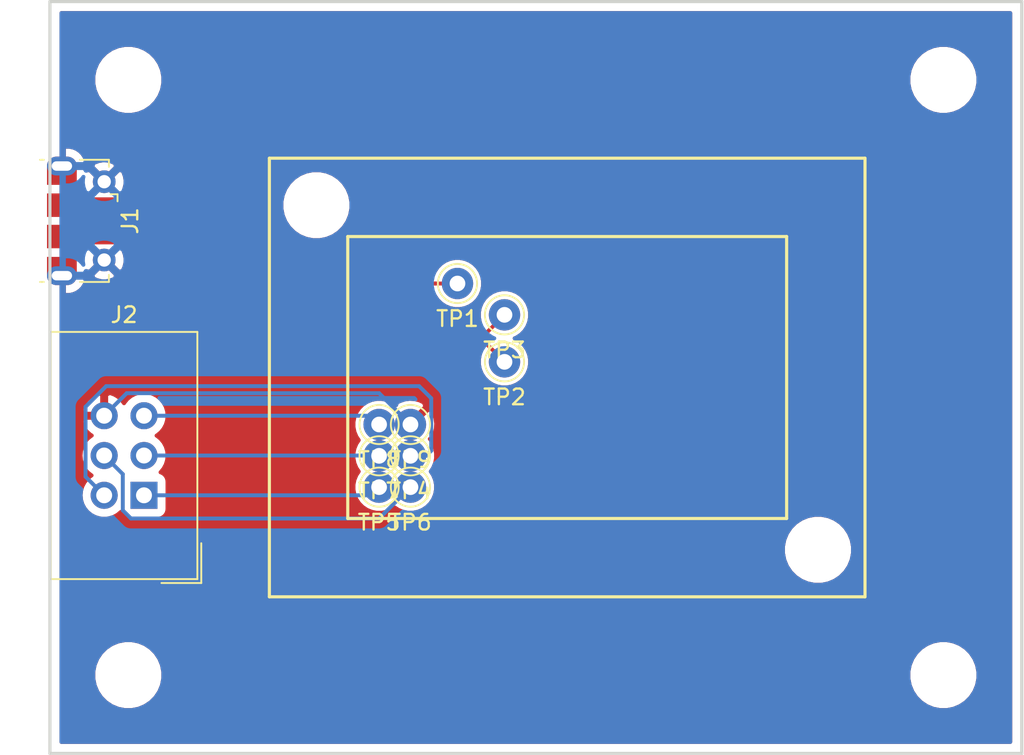
<source format=kicad_pcb>
(kicad_pcb (version 20171130) (host pcbnew "(5.0.0)")

  (general
    (thickness 1.6)
    (drawings 16)
    (tracks 35)
    (zones 0)
    (modules 17)
    (nets 11)
  )

  (page A4)
  (layers
    (0 F.Cu signal)
    (31 B.Cu signal)
    (32 B.Adhes user)
    (33 F.Adhes user)
    (34 B.Paste user)
    (35 F.Paste user)
    (36 B.SilkS user)
    (37 F.SilkS user)
    (38 B.Mask user)
    (39 F.Mask user)
    (40 Dwgs.User user)
    (41 Cmts.User user)
    (42 Eco1.User user)
    (43 Eco2.User user)
    (44 Edge.Cuts user)
    (45 Margin user)
    (46 B.CrtYd user)
    (47 F.CrtYd user)
    (48 B.Fab user)
    (49 F.Fab user)
  )

  (setup
    (last_trace_width 0.25)
    (trace_clearance 0.2)
    (zone_clearance 0.508)
    (zone_45_only no)
    (trace_min 0.2)
    (segment_width 0.2)
    (edge_width 0.15)
    (via_size 0.8)
    (via_drill 0.4)
    (via_min_size 0.4)
    (via_min_drill 0.3)
    (uvia_size 0.3)
    (uvia_drill 0.1)
    (uvias_allowed no)
    (uvia_min_size 0.2)
    (uvia_min_drill 0.1)
    (pcb_text_width 0.3)
    (pcb_text_size 1.5 1.5)
    (mod_edge_width 0.15)
    (mod_text_size 1 1)
    (mod_text_width 0.15)
    (pad_size 1.524 1.524)
    (pad_drill 0.762)
    (pad_to_mask_clearance 0.2)
    (aux_axis_origin 111 65)
    (grid_origin 111 65)
    (visible_elements 7FFFFFFF)
    (pcbplotparams
      (layerselection 0x010fc_ffffffff)
      (usegerberextensions false)
      (usegerberattributes false)
      (usegerberadvancedattributes false)
      (creategerberjobfile false)
      (excludeedgelayer true)
      (linewidth 0.100000)
      (plotframeref false)
      (viasonmask false)
      (mode 1)
      (useauxorigin false)
      (hpglpennumber 1)
      (hpglpenspeed 20)
      (hpglpendiameter 15.000000)
      (psnegative false)
      (psa4output false)
      (plotreference true)
      (plotvalue true)
      (plotinvisibletext false)
      (padsonsilk false)
      (subtractmaskfromsilk false)
      (outputformat 1)
      (mirror false)
      (drillshape 1)
      (scaleselection 1)
      (outputdirectory ""))
  )

  (net 0 "")
  (net 1 VCC)
  (net 2 /MISO)
  (net 3 /MOSI)
  (net 4 /SCK)
  (net 5 /~RST)
  (net 6 GND)
  (net 7 /D-)
  (net 8 VBUS)
  (net 9 /D+)
  (net 10 "Net-(J1-Pad4)")

  (net_class Default "This is the default net class."
    (clearance 0.2)
    (trace_width 0.25)
    (via_dia 0.8)
    (via_drill 0.4)
    (uvia_dia 0.3)
    (uvia_drill 0.1)
    (add_net /D+)
    (add_net /D-)
    (add_net /MISO)
    (add_net /MOSI)
    (add_net /SCK)
    (add_net /~RST)
    (add_net GND)
    (add_net "Net-(J1-Pad4)")
    (add_net VBUS)
    (add_net VCC)
  )

  (module MountingHole:MountingHole_3.2mm_M3 (layer F.Cu) (tedit 5BABE478) (tstamp 5BAC2B04)
    (at 168 108)
    (descr "Mounting Hole 3.2mm, no annular, M3")
    (tags "mounting hole 3.2mm no annular m3")
    (path /5BABE992)
    (attr virtual)
    (fp_text reference MH2 (at 0 -4.2) (layer F.SilkS) hide
      (effects (font (size 1 1) (thickness 0.15)))
    )
    (fp_text value MountingHole (at 0 4.2) (layer F.Fab)
      (effects (font (size 1 1) (thickness 0.15)))
    )
    (fp_circle (center 0 0) (end 3.45 0) (layer F.CrtYd) (width 0.05))
    (fp_circle (center 0 0) (end 3.2 0) (layer Cmts.User) (width 0.15))
    (fp_text user %R (at 0.3 0) (layer F.Fab)
      (effects (font (size 1 1) (thickness 0.15)))
    )
    (pad 1 np_thru_hole circle (at 0 0) (size 3.2 3.2) (drill 3.2) (layers *.Cu *.Mask))
  )

  (module MountingHole:MountingHole_3.2mm_M3 (layer F.Cu) (tedit 5BABE471) (tstamp 5BAC2AFC)
    (at 168 70)
    (descr "Mounting Hole 3.2mm, no annular, M3")
    (tags "mounting hole 3.2mm no annular m3")
    (path /5BABE71B)
    (attr virtual)
    (fp_text reference MH1 (at 0 -4.2) (layer F.SilkS) hide
      (effects (font (size 1 1) (thickness 0.15)))
    )
    (fp_text value MountingHole (at 0 4.2) (layer F.Fab)
      (effects (font (size 1 1) (thickness 0.15)))
    )
    (fp_text user %R (at 0.3 0) (layer F.Fab)
      (effects (font (size 1 1) (thickness 0.15)))
    )
    (fp_circle (center 0 0) (end 3.2 0) (layer Cmts.User) (width 0.15))
    (fp_circle (center 0 0) (end 3.45 0) (layer F.CrtYd) (width 0.05))
    (pad 1 np_thru_hole circle (at 0 0) (size 3.2 3.2) (drill 3.2) (layers *.Cu *.Mask))
  )

  (module MountingHole:MountingHole_3.2mm_M3 (layer F.Cu) (tedit 5BABE47D) (tstamp 5BAC2AF4)
    (at 116 108)
    (descr "Mounting Hole 3.2mm, no annular, M3")
    (tags "mounting hole 3.2mm no annular m3")
    (path /5BABEDDC)
    (attr virtual)
    (fp_text reference MH6 (at 0 -4.2) (layer F.SilkS) hide
      (effects (font (size 1 1) (thickness 0.15)))
    )
    (fp_text value MountingHole (at 0 4.2) (layer F.Fab)
      (effects (font (size 1 1) (thickness 0.15)))
    )
    (fp_circle (center 0 0) (end 3.45 0) (layer F.CrtYd) (width 0.05))
    (fp_circle (center 0 0) (end 3.2 0) (layer Cmts.User) (width 0.15))
    (fp_text user %R (at 0.3 0) (layer F.Fab)
      (effects (font (size 1 1) (thickness 0.15)))
    )
    (pad 1 np_thru_hole circle (at 0 0) (size 3.2 3.2) (drill 3.2) (layers *.Cu *.Mask))
  )

  (module MountingHole:MountingHole_3.2mm_M3 (layer F.Cu) (tedit 5BABE468) (tstamp 5BAC2AEC)
    (at 116 70)
    (descr "Mounting Hole 3.2mm, no annular, M3")
    (tags "mounting hole 3.2mm no annular m3")
    (path /5BABEDD6)
    (attr virtual)
    (fp_text reference MH5 (at 0 -4.2) (layer F.SilkS) hide
      (effects (font (size 1 1) (thickness 0.15)))
    )
    (fp_text value MountingHole (at 0 4.2) (layer F.Fab)
      (effects (font (size 1 1) (thickness 0.15)))
    )
    (fp_text user %R (at 0.3 0) (layer F.Fab)
      (effects (font (size 1 1) (thickness 0.15)))
    )
    (fp_circle (center 0 0) (end 3.2 0) (layer Cmts.User) (width 0.15))
    (fp_circle (center 0 0) (end 3.45 0) (layer F.CrtYd) (width 0.05))
    (pad 1 np_thru_hole circle (at 0 0) (size 3.2 3.2) (drill 3.2) (layers *.Cu *.Mask))
  )

  (module MountingHole:MountingHole_3.2mm_M3 (layer F.Cu) (tedit 5BABE474) (tstamp 5BAC2CDD)
    (at 160 100)
    (descr "Mounting Hole 3.2mm, no annular, M3")
    (tags "mounting hole 3.2mm no annular m3")
    (path /5BABEB80)
    (attr virtual)
    (fp_text reference MH4 (at 0 -4.2) (layer F.SilkS) hide
      (effects (font (size 1 1) (thickness 0.15)))
    )
    (fp_text value MountingHole (at 0 4.2) (layer F.Fab)
      (effects (font (size 1 1) (thickness 0.15)))
    )
    (fp_circle (center 0 0) (end 3.45 0) (layer F.CrtYd) (width 0.05))
    (fp_circle (center 0 0) (end 3.2 0) (layer Cmts.User) (width 0.15))
    (fp_text user %R (at 0.3 0) (layer F.Fab)
      (effects (font (size 1 1) (thickness 0.15)))
    )
    (pad 1 np_thru_hole circle (at 0 0) (size 3.2 3.2) (drill 3.2) (layers *.Cu *.Mask))
  )

  (module MountingHole:MountingHole_3.2mm_M3 (layer F.Cu) (tedit 5BABE46C) (tstamp 5BAC2ADC)
    (at 128 78)
    (descr "Mounting Hole 3.2mm, no annular, M3")
    (tags "mounting hole 3.2mm no annular m3")
    (path /5BABEB7A)
    (attr virtual)
    (fp_text reference MH3 (at 0 -4.2) (layer F.SilkS) hide
      (effects (font (size 1 1) (thickness 0.15)))
    )
    (fp_text value MountingHole (at 0 4.2) (layer F.Fab)
      (effects (font (size 1 1) (thickness 0.15)))
    )
    (fp_text user %R (at 0.3 0) (layer F.Fab)
      (effects (font (size 1 1) (thickness 0.15)))
    )
    (fp_circle (center 0 0) (end 3.2 0) (layer Cmts.User) (width 0.15))
    (fp_circle (center 0 0) (end 3.45 0) (layer F.CrtYd) (width 0.05))
    (pad 1 np_thru_hole circle (at 0 0) (size 3.2 3.2) (drill 3.2) (layers *.Cu *.Mask))
  )

  (module Connector_Pin:Pin_D1.0mm_L10.0mm (layer F.Cu) (tedit 5A1DC084) (tstamp 5BAC1A9F)
    (at 137 83)
    (descr "solder Pin_ diameter 1.0mm, hole diameter 1.0mm (press fit), length 10.0mm")
    (tags "solder Pin_ press fit")
    (path /5BABE374)
    (fp_text reference TP1 (at 0 2.25) (layer F.SilkS)
      (effects (font (size 1 1) (thickness 0.15)))
    )
    (fp_text value VBUS (at 0 -2.05) (layer F.Fab)
      (effects (font (size 1 1) (thickness 0.15)))
    )
    (fp_text user %R (at 0 2.25) (layer F.Fab)
      (effects (font (size 1 1) (thickness 0.15)))
    )
    (fp_circle (center 0 0) (end 1.5 0) (layer F.CrtYd) (width 0.05))
    (fp_circle (center 0 0) (end 0.5 0) (layer F.Fab) (width 0.12))
    (fp_circle (center 0 0) (end 1 0) (layer F.Fab) (width 0.12))
    (fp_circle (center 0 0) (end 1.25 0.05) (layer F.SilkS) (width 0.12))
    (pad 1 thru_hole circle (at 0 0) (size 2 2) (drill 1) (layers *.Cu *.Mask)
      (net 8 VBUS))
    (model ${KISYS3DMOD}/Connector_Pin.3dshapes/Pin_D1.0mm_L10.0mm.wrl
      (at (xyz 0 0 0))
      (scale (xyz 1 1 1))
      (rotate (xyz 0 0 0))
    )
  )

  (module Connector_Pin:Pin_D1.0mm_L10.0mm (layer F.Cu) (tedit 5A1DC084) (tstamp 5BAC1402)
    (at 140 85)
    (descr "solder Pin_ diameter 1.0mm, hole diameter 1.0mm (press fit), length 10.0mm")
    (tags "solder Pin_ press fit")
    (path /5BAC8811)
    (fp_text reference TP3 (at 0 2.25) (layer F.SilkS)
      (effects (font (size 1 1) (thickness 0.15)))
    )
    (fp_text value USB_D- (at 0 -2.05) (layer F.Fab)
      (effects (font (size 1 1) (thickness 0.15)))
    )
    (fp_circle (center 0 0) (end 1.25 0.05) (layer F.SilkS) (width 0.12))
    (fp_circle (center 0 0) (end 1 0) (layer F.Fab) (width 0.12))
    (fp_circle (center 0 0) (end 0.5 0) (layer F.Fab) (width 0.12))
    (fp_circle (center 0 0) (end 1.5 0) (layer F.CrtYd) (width 0.05))
    (fp_text user %R (at 0 2.25) (layer F.Fab)
      (effects (font (size 1 1) (thickness 0.15)))
    )
    (pad 1 thru_hole circle (at 0 0) (size 2 2) (drill 1) (layers *.Cu *.Mask)
      (net 7 /D-))
    (model ${KISYS3DMOD}/Connector_Pin.3dshapes/Pin_D1.0mm_L10.0mm.wrl
      (at (xyz 0 0 0))
      (scale (xyz 1 1 1))
      (rotate (xyz 0 0 0))
    )
  )

  (module Connector_Pin:Pin_D1.0mm_L10.0mm (layer F.Cu) (tedit 5A1DC084) (tstamp 5BAC13F8)
    (at 140 88)
    (descr "solder Pin_ diameter 1.0mm, hole diameter 1.0mm (press fit), length 10.0mm")
    (tags "solder Pin_ press fit")
    (path /5BAC8855)
    (fp_text reference TP2 (at 0 2.25) (layer F.SilkS)
      (effects (font (size 1 1) (thickness 0.15)))
    )
    (fp_text value USB_D+ (at 0 -2.05) (layer F.Fab)
      (effects (font (size 1 1) (thickness 0.15)))
    )
    (fp_text user %R (at 0 2.25) (layer F.Fab)
      (effects (font (size 1 1) (thickness 0.15)))
    )
    (fp_circle (center 0 0) (end 1.5 0) (layer F.CrtYd) (width 0.05))
    (fp_circle (center 0 0) (end 0.5 0) (layer F.Fab) (width 0.12))
    (fp_circle (center 0 0) (end 1 0) (layer F.Fab) (width 0.12))
    (fp_circle (center 0 0) (end 1.25 0.05) (layer F.SilkS) (width 0.12))
    (pad 1 thru_hole circle (at 0 0) (size 2 2) (drill 1) (layers *.Cu *.Mask)
      (net 9 /D+))
    (model ${KISYS3DMOD}/Connector_Pin.3dshapes/Pin_D1.0mm_L10.0mm.wrl
      (at (xyz 0 0 0))
      (scale (xyz 1 1 1))
      (rotate (xyz 0 0 0))
    )
  )

  (module Connector_USB:USB_Micro-B_Molex-105017-0001 (layer F.Cu) (tedit 5A1DC0BE) (tstamp 5BAC1382)
    (at 113 79 270)
    (descr http://www.molex.com/pdm_docs/sd/1050170001_sd.pdf)
    (tags "Micro-USB SMD Typ-B")
    (path /5BAC8293)
    (attr smd)
    (fp_text reference J1 (at 0 -3.1125 270) (layer F.SilkS)
      (effects (font (size 1 1) (thickness 0.15)))
    )
    (fp_text value USB_B_Micro (at 0.3 4.3375 270) (layer F.Fab)
      (effects (font (size 1 1) (thickness 0.15)))
    )
    (fp_text user "PCB Edge" (at 0 2.6875 270) (layer Dwgs.User)
      (effects (font (size 0.5 0.5) (thickness 0.08)))
    )
    (fp_text user %R (at 0 0.8875 270) (layer F.Fab)
      (effects (font (size 1 1) (thickness 0.15)))
    )
    (fp_line (start -4.4 3.64) (end 4.4 3.64) (layer F.CrtYd) (width 0.05))
    (fp_line (start 4.4 -2.46) (end 4.4 3.64) (layer F.CrtYd) (width 0.05))
    (fp_line (start -4.4 -2.46) (end 4.4 -2.46) (layer F.CrtYd) (width 0.05))
    (fp_line (start -4.4 3.64) (end -4.4 -2.46) (layer F.CrtYd) (width 0.05))
    (fp_line (start -3.9 -1.7625) (end -3.45 -1.7625) (layer F.SilkS) (width 0.12))
    (fp_line (start -3.9 0.0875) (end -3.9 -1.7625) (layer F.SilkS) (width 0.12))
    (fp_line (start 3.9 2.6375) (end 3.9 2.3875) (layer F.SilkS) (width 0.12))
    (fp_line (start 3.75 3.3875) (end 3.75 -1.6125) (layer F.Fab) (width 0.1))
    (fp_line (start -3 2.689204) (end 3 2.689204) (layer F.Fab) (width 0.1))
    (fp_line (start -3.75 3.389204) (end 3.75 3.389204) (layer F.Fab) (width 0.1))
    (fp_line (start -3.75 -1.6125) (end 3.75 -1.6125) (layer F.Fab) (width 0.1))
    (fp_line (start -3.75 3.3875) (end -3.75 -1.6125) (layer F.Fab) (width 0.1))
    (fp_line (start -3.9 2.6375) (end -3.9 2.3875) (layer F.SilkS) (width 0.12))
    (fp_line (start 3.9 0.0875) (end 3.9 -1.7625) (layer F.SilkS) (width 0.12))
    (fp_line (start 3.9 -1.7625) (end 3.45 -1.7625) (layer F.SilkS) (width 0.12))
    (fp_line (start -1.7 -2.3125) (end -1.25 -2.3125) (layer F.SilkS) (width 0.12))
    (fp_line (start -1.7 -2.3125) (end -1.7 -1.8625) (layer F.SilkS) (width 0.12))
    (fp_line (start -1.3 -1.7125) (end -1.5 -1.9125) (layer F.Fab) (width 0.1))
    (fp_line (start -1.1 -1.9125) (end -1.3 -1.7125) (layer F.Fab) (width 0.1))
    (fp_line (start -1.5 -2.1225) (end -1.1 -2.1225) (layer F.Fab) (width 0.1))
    (fp_line (start -1.5 -2.1225) (end -1.5 -1.9125) (layer F.Fab) (width 0.1))
    (fp_line (start -1.1 -2.1225) (end -1.1 -1.9125) (layer F.Fab) (width 0.1))
    (pad 6 smd rect (at 1 1.2375 270) (size 1.5 1.9) (layers F.Cu F.Paste F.Mask)
      (net 6 GND))
    (pad 6 thru_hole circle (at -2.5 -1.4625 270) (size 1.45 1.45) (drill 0.85) (layers *.Cu *.Mask)
      (net 6 GND))
    (pad 2 smd rect (at -0.65 -1.4625 270) (size 0.4 1.35) (layers F.Cu F.Paste F.Mask)
      (net 7 /D-))
    (pad 1 smd rect (at -1.3 -1.4625 270) (size 0.4 1.35) (layers F.Cu F.Paste F.Mask)
      (net 8 VBUS))
    (pad 5 smd rect (at 1.3 -1.4625 270) (size 0.4 1.35) (layers F.Cu F.Paste F.Mask)
      (net 6 GND))
    (pad 4 smd rect (at 0.65 -1.4625 270) (size 0.4 1.35) (layers F.Cu F.Paste F.Mask)
      (net 10 "Net-(J1-Pad4)"))
    (pad 3 smd rect (at 0 -1.4625 270) (size 0.4 1.35) (layers F.Cu F.Paste F.Mask)
      (net 9 /D+))
    (pad 6 thru_hole circle (at 2.5 -1.4625 270) (size 1.45 1.45) (drill 0.85) (layers *.Cu *.Mask)
      (net 6 GND))
    (pad 6 smd rect (at -1 1.2375 270) (size 1.5 1.9) (layers F.Cu F.Paste F.Mask)
      (net 6 GND))
    (pad 6 thru_hole oval (at -3.5 1.2375 90) (size 1.2 1.9) (drill oval 0.6 1.3) (layers *.Cu *.Mask)
      (net 6 GND))
    (pad 6 thru_hole oval (at 3.5 1.2375 270) (size 1.2 1.9) (drill oval 0.6 1.3) (layers *.Cu *.Mask)
      (net 6 GND))
    (pad 6 smd rect (at 2.9 1.2375 270) (size 1.2 1.9) (layers F.Cu F.Mask)
      (net 6 GND))
    (pad 6 smd rect (at -2.9 1.2375 270) (size 1.2 1.9) (layers F.Cu F.Mask)
      (net 6 GND))
    (model ${KISYS3DMOD}/Connector_USB.3dshapes/USB_Micro-B_Molex-105017-0001.wrl
      (at (xyz 0 0 0))
      (scale (xyz 1 1 1))
      (rotate (xyz 0 0 0))
    )
  )

  (module Connector_IDC:IDC-Header_2x03_P2.54mm_Vertical (layer F.Cu) (tedit 59DE0819) (tstamp 5BAC2281)
    (at 117 96.52 180)
    (descr "Through hole straight IDC box header, 2x03, 2.54mm pitch, double rows")
    (tags "Through hole IDC box header THT 2x03 2.54mm double row")
    (path /5BA7DFCF)
    (fp_text reference J2 (at 1.27 11.52 180) (layer F.SilkS)
      (effects (font (size 1 1) (thickness 0.15)))
    )
    (fp_text value AVR-ISP-6 (at 1.27 11.684 180) (layer F.Fab)
      (effects (font (size 1 1) (thickness 0.15)))
    )
    (fp_text user %R (at 1.27 2.54 180) (layer F.Fab)
      (effects (font (size 1 1) (thickness 0.15)))
    )
    (fp_line (start 5.695 -5.1) (end 5.695 10.18) (layer F.Fab) (width 0.1))
    (fp_line (start 5.145 -4.56) (end 5.145 9.62) (layer F.Fab) (width 0.1))
    (fp_line (start -3.155 -5.1) (end -3.155 10.18) (layer F.Fab) (width 0.1))
    (fp_line (start -2.605 -4.56) (end -2.605 0.29) (layer F.Fab) (width 0.1))
    (fp_line (start -2.605 4.79) (end -2.605 9.62) (layer F.Fab) (width 0.1))
    (fp_line (start -2.605 0.29) (end -3.155 0.29) (layer F.Fab) (width 0.1))
    (fp_line (start -2.605 4.79) (end -3.155 4.79) (layer F.Fab) (width 0.1))
    (fp_line (start 5.695 -5.1) (end -3.155 -5.1) (layer F.Fab) (width 0.1))
    (fp_line (start 5.145 -4.56) (end -2.605 -4.56) (layer F.Fab) (width 0.1))
    (fp_line (start 5.695 10.18) (end -3.155 10.18) (layer F.Fab) (width 0.1))
    (fp_line (start 5.145 9.62) (end -2.605 9.62) (layer F.Fab) (width 0.1))
    (fp_line (start 5.695 -5.1) (end 5.145 -4.56) (layer F.Fab) (width 0.1))
    (fp_line (start 5.695 10.18) (end 5.145 9.62) (layer F.Fab) (width 0.1))
    (fp_line (start -3.155 -5.1) (end -2.605 -4.56) (layer F.Fab) (width 0.1))
    (fp_line (start -3.155 10.18) (end -2.605 9.62) (layer F.Fab) (width 0.1))
    (fp_line (start 5.95 -5.35) (end 5.95 10.43) (layer F.CrtYd) (width 0.05))
    (fp_line (start 5.95 10.43) (end -3.41 10.43) (layer F.CrtYd) (width 0.05))
    (fp_line (start -3.41 10.43) (end -3.41 -5.35) (layer F.CrtYd) (width 0.05))
    (fp_line (start -3.41 -5.35) (end 5.95 -5.35) (layer F.CrtYd) (width 0.05))
    (fp_line (start 5.945 -5.35) (end 5.945 10.43) (layer F.SilkS) (width 0.12))
    (fp_line (start 5.945 10.43) (end -3.405 10.43) (layer F.SilkS) (width 0.12))
    (fp_line (start -3.405 10.43) (end -3.405 -5.35) (layer F.SilkS) (width 0.12))
    (fp_line (start -3.405 -5.35) (end 5.945 -5.35) (layer F.SilkS) (width 0.12))
    (fp_line (start -3.655 -5.6) (end -3.655 -3.06) (layer F.SilkS) (width 0.12))
    (fp_line (start -3.655 -5.6) (end -1.115 -5.6) (layer F.SilkS) (width 0.12))
    (pad 1 thru_hole rect (at 0 0 180) (size 1.7272 1.7272) (drill 1.016) (layers *.Cu *.Mask)
      (net 2 /MISO))
    (pad 2 thru_hole oval (at 2.54 0 180) (size 1.7272 1.7272) (drill 1.016) (layers *.Cu *.Mask)
      (net 1 VCC))
    (pad 3 thru_hole oval (at 0 2.54 180) (size 1.7272 1.7272) (drill 1.016) (layers *.Cu *.Mask)
      (net 4 /SCK))
    (pad 4 thru_hole oval (at 2.54 2.54 180) (size 1.7272 1.7272) (drill 1.016) (layers *.Cu *.Mask)
      (net 3 /MOSI))
    (pad 5 thru_hole oval (at 0 5.08 180) (size 1.7272 1.7272) (drill 1.016) (layers *.Cu *.Mask)
      (net 5 /~RST))
    (pad 6 thru_hole oval (at 2.54 5.08 180) (size 1.7272 1.7272) (drill 1.016) (layers *.Cu *.Mask)
      (net 6 GND))
    (model ${KISYS3DMOD}/Connector_IDC.3dshapes/IDC-Header_2x03_P2.54mm_Vertical.wrl
      (at (xyz 0 0 0))
      (scale (xyz 1 1 1))
      (rotate (xyz 0 0 0))
    )
  )

  (module Connector_Pin:Pin_D1.0mm_L10.0mm (layer F.Cu) (tedit 5A1DC084) (tstamp 5BA8D1AF)
    (at 134 92)
    (descr "solder Pin_ diameter 1.0mm, hole diameter 1.0mm (press fit), length 10.0mm")
    (tags "solder Pin_ press fit")
    (path /5BA7E39E)
    (fp_text reference TP9 (at 0 2.25) (layer F.SilkS)
      (effects (font (size 1 1) (thickness 0.15)))
    )
    (fp_text value GND (at 0 -2.05) (layer F.Fab)
      (effects (font (size 1 1) (thickness 0.15)))
    )
    (fp_circle (center 0 0) (end 1.25 0.05) (layer F.SilkS) (width 0.12))
    (fp_circle (center 0 0) (end 1 0) (layer F.Fab) (width 0.12))
    (fp_circle (center 0 0) (end 0.5 0) (layer F.Fab) (width 0.12))
    (fp_circle (center 0 0) (end 1.5 0) (layer F.CrtYd) (width 0.05))
    (fp_text user %R (at 0 2.25) (layer F.Fab)
      (effects (font (size 1 1) (thickness 0.15)))
    )
    (pad 1 thru_hole circle (at 0 0) (size 2 2) (drill 1) (layers *.Cu *.Mask)
      (net 6 GND))
    (model ${KISYS3DMOD}/Connector_Pin.3dshapes/Pin_D1.0mm_L10.0mm.wrl
      (at (xyz 0 0 0))
      (scale (xyz 1 1 1))
      (rotate (xyz 0 0 0))
    )
  )

  (module Connector_Pin:Pin_D1.0mm_L10.0mm (layer F.Cu) (tedit 5A1DC084) (tstamp 5BA8D1A5)
    (at 132 92)
    (descr "solder Pin_ diameter 1.0mm, hole diameter 1.0mm (press fit), length 10.0mm")
    (tags "solder Pin_ press fit")
    (path /5BA7E5C6)
    (fp_text reference TP8 (at 0 2.25) (layer F.SilkS)
      (effects (font (size 1 1) (thickness 0.15)))
    )
    (fp_text value ~RST (at 0 -2.05) (layer F.Fab)
      (effects (font (size 1 1) (thickness 0.15)))
    )
    (fp_text user %R (at 0 2.25) (layer F.Fab)
      (effects (font (size 1 1) (thickness 0.15)))
    )
    (fp_circle (center 0 0) (end 1.5 0) (layer F.CrtYd) (width 0.05))
    (fp_circle (center 0 0) (end 0.5 0) (layer F.Fab) (width 0.12))
    (fp_circle (center 0 0) (end 1 0) (layer F.Fab) (width 0.12))
    (fp_circle (center 0 0) (end 1.25 0.05) (layer F.SilkS) (width 0.12))
    (pad 1 thru_hole circle (at 0 0) (size 2 2) (drill 1) (layers *.Cu *.Mask)
      (net 5 /~RST))
    (model ${KISYS3DMOD}/Connector_Pin.3dshapes/Pin_D1.0mm_L10.0mm.wrl
      (at (xyz 0 0 0))
      (scale (xyz 1 1 1))
      (rotate (xyz 0 0 0))
    )
  )

  (module Connector_Pin:Pin_D1.0mm_L10.0mm (layer F.Cu) (tedit 5A1DC084) (tstamp 5BA8D19B)
    (at 132 94)
    (descr "solder Pin_ diameter 1.0mm, hole diameter 1.0mm (press fit), length 10.0mm")
    (tags "solder Pin_ press fit")
    (path /5BA7E5A6)
    (fp_text reference TP7 (at 0 2.25) (layer F.SilkS)
      (effects (font (size 1 1) (thickness 0.15)))
    )
    (fp_text value SCK (at 0 -2.05) (layer F.Fab)
      (effects (font (size 1 1) (thickness 0.15)))
    )
    (fp_circle (center 0 0) (end 1.25 0.05) (layer F.SilkS) (width 0.12))
    (fp_circle (center 0 0) (end 1 0) (layer F.Fab) (width 0.12))
    (fp_circle (center 0 0) (end 0.5 0) (layer F.Fab) (width 0.12))
    (fp_circle (center 0 0) (end 1.5 0) (layer F.CrtYd) (width 0.05))
    (fp_text user %R (at 0 2.25) (layer F.Fab)
      (effects (font (size 1 1) (thickness 0.15)))
    )
    (pad 1 thru_hole circle (at 0 0) (size 2 2) (drill 1) (layers *.Cu *.Mask)
      (net 4 /SCK))
    (model ${KISYS3DMOD}/Connector_Pin.3dshapes/Pin_D1.0mm_L10.0mm.wrl
      (at (xyz 0 0 0))
      (scale (xyz 1 1 1))
      (rotate (xyz 0 0 0))
    )
  )

  (module Connector_Pin:Pin_D1.0mm_L10.0mm (layer F.Cu) (tedit 5A1DC084) (tstamp 5BA8D191)
    (at 134 96)
    (descr "solder Pin_ diameter 1.0mm, hole diameter 1.0mm (press fit), length 10.0mm")
    (tags "solder Pin_ press fit")
    (path /5BA7E584)
    (fp_text reference TP6 (at 0 2.25) (layer F.SilkS)
      (effects (font (size 1 1) (thickness 0.15)))
    )
    (fp_text value MOSI (at 0 -2.05) (layer F.Fab)
      (effects (font (size 1 1) (thickness 0.15)))
    )
    (fp_text user %R (at 0 2.25) (layer F.Fab)
      (effects (font (size 1 1) (thickness 0.15)))
    )
    (fp_circle (center 0 0) (end 1.5 0) (layer F.CrtYd) (width 0.05))
    (fp_circle (center 0 0) (end 0.5 0) (layer F.Fab) (width 0.12))
    (fp_circle (center 0 0) (end 1 0) (layer F.Fab) (width 0.12))
    (fp_circle (center 0 0) (end 1.25 0.05) (layer F.SilkS) (width 0.12))
    (pad 1 thru_hole circle (at 0 0) (size 2 2) (drill 1) (layers *.Cu *.Mask)
      (net 3 /MOSI))
    (model ${KISYS3DMOD}/Connector_Pin.3dshapes/Pin_D1.0mm_L10.0mm.wrl
      (at (xyz 0 0 0))
      (scale (xyz 1 1 1))
      (rotate (xyz 0 0 0))
    )
  )

  (module Connector_Pin:Pin_D1.0mm_L10.0mm (layer F.Cu) (tedit 5A1DC084) (tstamp 5BA8D187)
    (at 132 96)
    (descr "solder Pin_ diameter 1.0mm, hole diameter 1.0mm (press fit), length 10.0mm")
    (tags "solder Pin_ press fit")
    (path /5BA7E421)
    (fp_text reference TP5 (at 0 2.25) (layer F.SilkS)
      (effects (font (size 1 1) (thickness 0.15)))
    )
    (fp_text value MISO (at 0 -2.05) (layer F.Fab)
      (effects (font (size 1 1) (thickness 0.15)))
    )
    (fp_circle (center 0 0) (end 1.25 0.05) (layer F.SilkS) (width 0.12))
    (fp_circle (center 0 0) (end 1 0) (layer F.Fab) (width 0.12))
    (fp_circle (center 0 0) (end 0.5 0) (layer F.Fab) (width 0.12))
    (fp_circle (center 0 0) (end 1.5 0) (layer F.CrtYd) (width 0.05))
    (fp_text user %R (at 0 2.25) (layer F.Fab)
      (effects (font (size 1 1) (thickness 0.15)))
    )
    (pad 1 thru_hole circle (at 0 0) (size 2 2) (drill 1) (layers *.Cu *.Mask)
      (net 2 /MISO))
    (model ${KISYS3DMOD}/Connector_Pin.3dshapes/Pin_D1.0mm_L10.0mm.wrl
      (at (xyz 0 0 0))
      (scale (xyz 1 1 1))
      (rotate (xyz 0 0 0))
    )
  )

  (module Connector_Pin:Pin_D1.0mm_L10.0mm (layer F.Cu) (tedit 5A1DC084) (tstamp 5BA8D17D)
    (at 134 94)
    (descr "solder Pin_ diameter 1.0mm, hole diameter 1.0mm (press fit), length 10.0mm")
    (tags "solder Pin_ press fit")
    (path /5BA7E269)
    (fp_text reference TP4 (at 0 2.25) (layer F.SilkS)
      (effects (font (size 1 1) (thickness 0.15)))
    )
    (fp_text value VCC (at 0 -2.05) (layer F.Fab)
      (effects (font (size 1 1) (thickness 0.15)))
    )
    (fp_text user %R (at 0 2.25) (layer F.Fab)
      (effects (font (size 1 1) (thickness 0.15)))
    )
    (fp_circle (center 0 0) (end 1.5 0) (layer F.CrtYd) (width 0.05))
    (fp_circle (center 0 0) (end 0.5 0) (layer F.Fab) (width 0.12))
    (fp_circle (center 0 0) (end 1 0) (layer F.Fab) (width 0.12))
    (fp_circle (center 0 0) (end 1.25 0.05) (layer F.SilkS) (width 0.12))
    (pad 1 thru_hole circle (at 0 0) (size 2 2) (drill 1) (layers *.Cu *.Mask)
      (net 1 VCC))
    (model ${KISYS3DMOD}/Connector_Pin.3dshapes/Pin_D1.0mm_L10.0mm.wrl
      (at (xyz 0 0 0))
      (scale (xyz 1 1 1))
      (rotate (xyz 0 0 0))
    )
  )

  (gr_line (start 125 103) (end 125 75) (layer F.SilkS) (width 0.2))
  (gr_line (start 163 103) (end 125 103) (layer F.SilkS) (width 0.2))
  (gr_line (start 163 75) (end 163 103) (layer F.SilkS) (width 0.2))
  (gr_line (start 125 75) (end 163 75) (layer F.SilkS) (width 0.2))
  (gr_line (start 111 65) (end 173 65) (layer Edge.Cuts) (width 0.2))
  (gr_line (start 111 113) (end 111 65) (layer Edge.Cuts) (width 0.2))
  (gr_line (start 173 113) (end 111 113) (layer Edge.Cuts) (width 0.2))
  (gr_line (start 173 65) (end 173 113) (layer Edge.Cuts) (width 0.2))
  (gr_line (start 125 103) (end 125 75) (layer F.Fab) (width 0.2))
  (gr_line (start 163 103) (end 125 103) (layer F.Fab) (width 0.2))
  (gr_line (start 163 75) (end 163 103) (layer F.Fab) (width 0.2))
  (gr_line (start 125 75) (end 163 75) (layer F.Fab) (width 0.2))
  (gr_line (start 130 98) (end 130 80) (layer F.SilkS) (width 0.2))
  (gr_line (start 158 98) (end 130 98) (layer F.SilkS) (width 0.2))
  (gr_line (start 158 80) (end 158 98) (layer F.SilkS) (width 0.2))
  (gr_line (start 130 80) (end 158 80) (layer F.SilkS) (width 0.2))

  (segment (start 114.590879 89.549991) (end 134.549991 89.549991) (width 0.25) (layer B.Cu) (net 1))
  (segment (start 113.271399 90.869471) (end 114.590879 89.549991) (width 0.25) (layer B.Cu) (net 1))
  (segment (start 114.46 96.52) (end 113.271399 95.331399) (width 0.25) (layer B.Cu) (net 1))
  (segment (start 113.271399 95.331399) (end 113.271399 90.869471) (width 0.25) (layer B.Cu) (net 1))
  (segment (start 135.325001 90.325001) (end 135.325001 93.674999) (width 0.25) (layer B.Cu) (net 1))
  (segment (start 134.549991 89.549991) (end 135.325001 90.325001) (width 0.25) (layer B.Cu) (net 1))
  (segment (start 135 94) (end 134 94) (width 0.25) (layer B.Cu) (net 1))
  (segment (start 135.325001 93.674999) (end 135 94) (width 0.25) (layer B.Cu) (net 1))
  (segment (start 131.48 96.52) (end 132 96) (width 0.25) (layer B.Cu) (net 2))
  (segment (start 117 96.52) (end 131.48 96.52) (width 0.25) (layer B.Cu) (net 2))
  (segment (start 115.648601 97.480803) (end 116.167798 98) (width 0.25) (layer B.Cu) (net 3))
  (segment (start 114.46 93.98) (end 115.648601 95.168601) (width 0.25) (layer B.Cu) (net 3))
  (segment (start 115.648601 95.168601) (end 115.648601 97.480803) (width 0.25) (layer B.Cu) (net 3))
  (segment (start 132 98) (end 134 96) (width 0.25) (layer B.Cu) (net 3))
  (segment (start 116.167798 98) (end 132 98) (width 0.25) (layer B.Cu) (net 3))
  (segment (start 131.98 93.98) (end 132 94) (width 0.25) (layer B.Cu) (net 4))
  (segment (start 117 93.98) (end 131.98 93.98) (width 0.25) (layer B.Cu) (net 4))
  (segment (start 131.44 91.44) (end 132 92) (width 0.25) (layer B.Cu) (net 5))
  (segment (start 117 91.44) (end 131.44 91.44) (width 0.25) (layer B.Cu) (net 5))
  (segment (start 133.000001 91.000001) (end 134 92) (width 0.25) (layer B.Cu) (net 6))
  (segment (start 132 90) (end 133.000001 91.000001) (width 0.25) (layer B.Cu) (net 6))
  (segment (start 115.9 90) (end 132 90) (width 0.25) (layer B.Cu) (net 6))
  (segment (start 114.46 91.44) (end 115.9 90) (width 0.25) (layer B.Cu) (net 6))
  (segment (start 138.75 86.25) (end 140 85) (width 0.25) (layer F.Cu) (net 7))
  (segment (start 123.34462 86.25) (end 138.75 86.25) (width 0.25) (layer F.Cu) (net 7))
  (segment (start 114.4625 78.35) (end 115.44462 78.35) (width 0.25) (layer F.Cu) (net 7))
  (segment (start 115.44462 78.35) (end 123.34462 86.25) (width 0.25) (layer F.Cu) (net 7))
  (segment (start 135.585787 83) (end 137 83) (width 0.25) (layer F.Cu) (net 8))
  (segment (start 120.73103 83) (end 135.585787 83) (width 0.25) (layer F.Cu) (net 8))
  (segment (start 115.43103 77.7) (end 120.73103 83) (width 0.25) (layer F.Cu) (net 8))
  (segment (start 114.4625 77.7) (end 115.43103 77.7) (width 0.25) (layer F.Cu) (net 8))
  (segment (start 115.3875 79) (end 114.4625 79) (width 0.25) (layer F.Cu) (net 9))
  (segment (start 123.1375 86.75) (end 115.3875 79) (width 0.25) (layer F.Cu) (net 9))
  (segment (start 138.75 86.75) (end 123.1375 86.75) (width 0.25) (layer F.Cu) (net 9))
  (segment (start 140 88) (end 138.75 86.75) (width 0.25) (layer F.Cu) (net 9))

  (zone (net 6) (net_name GND) (layer F.Cu) (tstamp 0) (hatch edge 0.508)
    (connect_pads (clearance 0.508))
    (min_thickness 0.254)
    (fill yes (arc_segments 32) (thermal_gap 0.508) (thermal_bridge_width 0.508))
    (polygon
      (pts
        (xy 111 65) (xy 173 65) (xy 173 113) (xy 111 113)
      )
    )
    (filled_polygon
      (pts
        (xy 172.265001 112.265) (xy 111.735 112.265) (xy 111.735 107.779872) (xy 113.765 107.779872) (xy 113.765 108.220128)
        (xy 113.85089 108.651925) (xy 114.019369 109.058669) (xy 114.263962 109.424729) (xy 114.575271 109.736038) (xy 114.941331 109.980631)
        (xy 115.348075 110.14911) (xy 115.779872 110.235) (xy 116.220128 110.235) (xy 116.651925 110.14911) (xy 117.058669 109.980631)
        (xy 117.424729 109.736038) (xy 117.736038 109.424729) (xy 117.980631 109.058669) (xy 118.14911 108.651925) (xy 118.235 108.220128)
        (xy 118.235 107.779872) (xy 165.765 107.779872) (xy 165.765 108.220128) (xy 165.85089 108.651925) (xy 166.019369 109.058669)
        (xy 166.263962 109.424729) (xy 166.575271 109.736038) (xy 166.941331 109.980631) (xy 167.348075 110.14911) (xy 167.779872 110.235)
        (xy 168.220128 110.235) (xy 168.651925 110.14911) (xy 169.058669 109.980631) (xy 169.424729 109.736038) (xy 169.736038 109.424729)
        (xy 169.980631 109.058669) (xy 170.14911 108.651925) (xy 170.235 108.220128) (xy 170.235 107.779872) (xy 170.14911 107.348075)
        (xy 169.980631 106.941331) (xy 169.736038 106.575271) (xy 169.424729 106.263962) (xy 169.058669 106.019369) (xy 168.651925 105.85089)
        (xy 168.220128 105.765) (xy 167.779872 105.765) (xy 167.348075 105.85089) (xy 166.941331 106.019369) (xy 166.575271 106.263962)
        (xy 166.263962 106.575271) (xy 166.019369 106.941331) (xy 165.85089 107.348075) (xy 165.765 107.779872) (xy 118.235 107.779872)
        (xy 118.14911 107.348075) (xy 117.980631 106.941331) (xy 117.736038 106.575271) (xy 117.424729 106.263962) (xy 117.058669 106.019369)
        (xy 116.651925 105.85089) (xy 116.220128 105.765) (xy 115.779872 105.765) (xy 115.348075 105.85089) (xy 114.941331 106.019369)
        (xy 114.575271 106.263962) (xy 114.263962 106.575271) (xy 114.019369 106.941331) (xy 113.85089 107.348075) (xy 113.765 107.779872)
        (xy 111.735 107.779872) (xy 111.735 99.779872) (xy 157.765 99.779872) (xy 157.765 100.220128) (xy 157.85089 100.651925)
        (xy 158.019369 101.058669) (xy 158.263962 101.424729) (xy 158.575271 101.736038) (xy 158.941331 101.980631) (xy 159.348075 102.14911)
        (xy 159.779872 102.235) (xy 160.220128 102.235) (xy 160.651925 102.14911) (xy 161.058669 101.980631) (xy 161.424729 101.736038)
        (xy 161.736038 101.424729) (xy 161.980631 101.058669) (xy 162.14911 100.651925) (xy 162.235 100.220128) (xy 162.235 99.779872)
        (xy 162.14911 99.348075) (xy 161.980631 98.941331) (xy 161.736038 98.575271) (xy 161.424729 98.263962) (xy 161.058669 98.019369)
        (xy 160.651925 97.85089) (xy 160.220128 97.765) (xy 159.779872 97.765) (xy 159.348075 97.85089) (xy 158.941331 98.019369)
        (xy 158.575271 98.263962) (xy 158.263962 98.575271) (xy 158.019369 98.941331) (xy 157.85089 99.348075) (xy 157.765 99.779872)
        (xy 111.735 99.779872) (xy 111.735 93.98) (xy 112.954149 93.98) (xy 112.983084 94.273777) (xy 113.068775 94.556264)
        (xy 113.207931 94.816606) (xy 113.395203 95.044797) (xy 113.623394 95.232069) (xy 113.65694 95.25) (xy 113.623394 95.267931)
        (xy 113.395203 95.455203) (xy 113.207931 95.683394) (xy 113.068775 95.943736) (xy 112.983084 96.226223) (xy 112.954149 96.52)
        (xy 112.983084 96.813777) (xy 113.068775 97.096264) (xy 113.207931 97.356606) (xy 113.395203 97.584797) (xy 113.623394 97.772069)
        (xy 113.883736 97.911225) (xy 114.166223 97.996916) (xy 114.386381 98.0186) (xy 114.533619 98.0186) (xy 114.753777 97.996916)
        (xy 115.036264 97.911225) (xy 115.296606 97.772069) (xy 115.524797 97.584797) (xy 115.531414 97.576735) (xy 115.546898 97.62778)
        (xy 115.605863 97.738094) (xy 115.685215 97.834785) (xy 115.781906 97.914137) (xy 115.89222 97.973102) (xy 116.011918 98.009412)
        (xy 116.1364 98.021672) (xy 117.8636 98.021672) (xy 117.988082 98.009412) (xy 118.10778 97.973102) (xy 118.218094 97.914137)
        (xy 118.314785 97.834785) (xy 118.394137 97.738094) (xy 118.453102 97.62778) (xy 118.489412 97.508082) (xy 118.501672 97.3836)
        (xy 118.501672 95.6564) (xy 118.489412 95.531918) (xy 118.453102 95.41222) (xy 118.394137 95.301906) (xy 118.314785 95.205215)
        (xy 118.218094 95.125863) (xy 118.10778 95.066898) (xy 118.056735 95.051414) (xy 118.064797 95.044797) (xy 118.252069 94.816606)
        (xy 118.391225 94.556264) (xy 118.476916 94.273777) (xy 118.505851 93.98) (xy 118.476916 93.686223) (xy 118.391225 93.403736)
        (xy 118.252069 93.143394) (xy 118.064797 92.915203) (xy 117.836606 92.727931) (xy 117.80306 92.71) (xy 117.836606 92.692069)
        (xy 118.064797 92.504797) (xy 118.252069 92.276606) (xy 118.391225 92.016264) (xy 118.445007 91.838967) (xy 130.365 91.838967)
        (xy 130.365 92.161033) (xy 130.427832 92.476912) (xy 130.551082 92.774463) (xy 130.701781 93) (xy 130.551082 93.225537)
        (xy 130.427832 93.523088) (xy 130.365 93.838967) (xy 130.365 94.161033) (xy 130.427832 94.476912) (xy 130.551082 94.774463)
        (xy 130.701781 95) (xy 130.551082 95.225537) (xy 130.427832 95.523088) (xy 130.365 95.838967) (xy 130.365 96.161033)
        (xy 130.427832 96.476912) (xy 130.551082 96.774463) (xy 130.730013 97.042252) (xy 130.957748 97.269987) (xy 131.225537 97.448918)
        (xy 131.523088 97.572168) (xy 131.838967 97.635) (xy 132.161033 97.635) (xy 132.476912 97.572168) (xy 132.774463 97.448918)
        (xy 133 97.298219) (xy 133.225537 97.448918) (xy 133.523088 97.572168) (xy 133.838967 97.635) (xy 134.161033 97.635)
        (xy 134.476912 97.572168) (xy 134.774463 97.448918) (xy 135.042252 97.269987) (xy 135.269987 97.042252) (xy 135.448918 96.774463)
        (xy 135.572168 96.476912) (xy 135.635 96.161033) (xy 135.635 95.838967) (xy 135.572168 95.523088) (xy 135.448918 95.225537)
        (xy 135.298219 95) (xy 135.448918 94.774463) (xy 135.572168 94.476912) (xy 135.635 94.161033) (xy 135.635 93.838967)
        (xy 135.572168 93.523088) (xy 135.448918 93.225537) (xy 135.269987 92.957748) (xy 135.232781 92.920542) (xy 135.399814 92.860044)
        (xy 135.540704 92.570429) (xy 135.622384 92.258892) (xy 135.641718 91.937405) (xy 135.597961 91.618325) (xy 135.492795 91.313912)
        (xy 135.399814 91.139956) (xy 135.135413 91.044192) (xy 134.179605 92) (xy 134.193748 92.014143) (xy 134.014143 92.193748)
        (xy 134 92.179605) (xy 133.985858 92.193748) (xy 133.806253 92.014143) (xy 133.820395 92) (xy 133.806253 91.985858)
        (xy 133.985858 91.806253) (xy 134 91.820395) (xy 134.955808 90.864587) (xy 134.860044 90.600186) (xy 134.570429 90.459296)
        (xy 134.258892 90.377616) (xy 133.937405 90.358282) (xy 133.618325 90.402039) (xy 133.313912 90.507205) (xy 133.139956 90.600186)
        (xy 133.079458 90.767219) (xy 133.042252 90.730013) (xy 132.774463 90.551082) (xy 132.476912 90.427832) (xy 132.161033 90.365)
        (xy 131.838967 90.365) (xy 131.523088 90.427832) (xy 131.225537 90.551082) (xy 130.957748 90.730013) (xy 130.730013 90.957748)
        (xy 130.551082 91.225537) (xy 130.427832 91.523088) (xy 130.365 91.838967) (xy 118.445007 91.838967) (xy 118.476916 91.733777)
        (xy 118.505851 91.44) (xy 118.476916 91.146223) (xy 118.391225 90.863736) (xy 118.252069 90.603394) (xy 118.064797 90.375203)
        (xy 117.836606 90.187931) (xy 117.576264 90.048775) (xy 117.293777 89.963084) (xy 117.073619 89.9414) (xy 116.926381 89.9414)
        (xy 116.706223 89.963084) (xy 116.423736 90.048775) (xy 116.163394 90.187931) (xy 115.935203 90.375203) (xy 115.747931 90.603394)
        (xy 115.72653 90.643433) (xy 115.566854 90.429707) (xy 115.348488 90.233183) (xy 115.095978 90.083036) (xy 114.819027 89.985037)
        (xy 114.587 90.105536) (xy 114.587 91.313) (xy 114.607 91.313) (xy 114.607 91.567) (xy 114.587 91.567)
        (xy 114.587 91.587) (xy 114.333 91.587) (xy 114.333 91.567) (xy 113.126183 91.567) (xy 113.005042 91.799026)
        (xy 113.050778 91.949814) (xy 113.177316 92.214944) (xy 113.353146 92.450293) (xy 113.571512 92.646817) (xy 113.66791 92.704137)
        (xy 113.623394 92.727931) (xy 113.395203 92.915203) (xy 113.207931 93.143394) (xy 113.068775 93.403736) (xy 112.983084 93.686223)
        (xy 112.954149 93.98) (xy 111.735 93.98) (xy 111.735 91.080974) (xy 113.005042 91.080974) (xy 113.126183 91.313)
        (xy 114.333 91.313) (xy 114.333 90.105536) (xy 114.100973 89.985037) (xy 113.824022 90.083036) (xy 113.571512 90.233183)
        (xy 113.353146 90.429707) (xy 113.177316 90.665056) (xy 113.050778 90.930186) (xy 113.005042 91.080974) (xy 111.735 91.080974)
        (xy 111.735 74.265) (xy 111.8895 74.265) (xy 111.8895 77.873) (xy 111.9095 77.873) (xy 111.9095 78.127)
        (xy 111.8895 78.127) (xy 111.8895 79.873) (xy 111.9095 79.873) (xy 111.9095 80.127) (xy 111.8895 80.127)
        (xy 111.8895 83.735) (xy 112.2395 83.735) (xy 112.477996 83.686493) (xy 112.702446 83.59239) (xy 112.904225 83.456307)
        (xy 113.075578 83.283474) (xy 113.209921 83.080533) (xy 113.302091 82.855282) (xy 113.305962 82.817609) (xy 113.282875 82.782328)
        (xy 113.323097 82.685223) (xy 113.3475 82.562542) (xy 113.3475 82.439133) (xy 113.702972 82.439133) (xy 113.765465 82.67545)
        (xy 114.008178 82.78885) (xy 114.268349 82.852719) (xy 114.535982 82.864604) (xy 114.800791 82.824048) (xy 115.0526 82.732609)
        (xy 115.159535 82.67545) (xy 115.222028 82.439133) (xy 114.4625 81.679605) (xy 113.702972 82.439133) (xy 113.3475 82.439133)
        (xy 113.3475 82.213021) (xy 113.523367 82.259528) (xy 114.282895 81.5) (xy 114.268753 81.485858) (xy 114.448358 81.306253)
        (xy 114.4625 81.320395) (xy 114.476643 81.306253) (xy 114.656248 81.485858) (xy 114.642105 81.5) (xy 115.401633 82.259528)
        (xy 115.63795 82.197035) (xy 115.75135 81.954322) (xy 115.815219 81.694151) (xy 115.827104 81.426518) (xy 115.786548 81.161709)
        (xy 115.695109 80.9099) (xy 115.664982 80.853537) (xy 115.70023 80.800785) (xy 115.748097 80.685223) (xy 115.7725 80.562542)
        (xy 115.7725 80.55875) (xy 115.640752 80.427002) (xy 115.7397 80.427002) (xy 122.5737 87.261002) (xy 122.597499 87.290001)
        (xy 122.626497 87.313799) (xy 122.713223 87.384974) (xy 122.845253 87.455546) (xy 122.988514 87.499003) (xy 123.100167 87.51)
        (xy 123.100176 87.51) (xy 123.137499 87.513676) (xy 123.174822 87.51) (xy 138.433253 87.51) (xy 138.427832 87.523088)
        (xy 138.365 87.838967) (xy 138.365 88.161033) (xy 138.427832 88.476912) (xy 138.551082 88.774463) (xy 138.730013 89.042252)
        (xy 138.957748 89.269987) (xy 139.225537 89.448918) (xy 139.523088 89.572168) (xy 139.838967 89.635) (xy 140.161033 89.635)
        (xy 140.476912 89.572168) (xy 140.774463 89.448918) (xy 141.042252 89.269987) (xy 141.269987 89.042252) (xy 141.448918 88.774463)
        (xy 141.572168 88.476912) (xy 141.635 88.161033) (xy 141.635 87.838967) (xy 141.572168 87.523088) (xy 141.448918 87.225537)
        (xy 141.269987 86.957748) (xy 141.042252 86.730013) (xy 140.774463 86.551082) (xy 140.65114 86.5) (xy 140.774463 86.448918)
        (xy 141.042252 86.269987) (xy 141.269987 86.042252) (xy 141.448918 85.774463) (xy 141.572168 85.476912) (xy 141.635 85.161033)
        (xy 141.635 84.838967) (xy 141.572168 84.523088) (xy 141.448918 84.225537) (xy 141.269987 83.957748) (xy 141.042252 83.730013)
        (xy 140.774463 83.551082) (xy 140.476912 83.427832) (xy 140.161033 83.365) (xy 139.838967 83.365) (xy 139.523088 83.427832)
        (xy 139.225537 83.551082) (xy 138.957748 83.730013) (xy 138.730013 83.957748) (xy 138.551082 84.225537) (xy 138.427832 84.523088)
        (xy 138.365 84.838967) (xy 138.365 85.161033) (xy 138.427832 85.476912) (xy 138.433253 85.49) (xy 123.659422 85.49)
        (xy 121.929422 83.76) (xy 135.545091 83.76) (xy 135.551082 83.774463) (xy 135.730013 84.042252) (xy 135.957748 84.269987)
        (xy 136.225537 84.448918) (xy 136.523088 84.572168) (xy 136.838967 84.635) (xy 137.161033 84.635) (xy 137.476912 84.572168)
        (xy 137.774463 84.448918) (xy 138.042252 84.269987) (xy 138.269987 84.042252) (xy 138.448918 83.774463) (xy 138.572168 83.476912)
        (xy 138.635 83.161033) (xy 138.635 82.838967) (xy 138.572168 82.523088) (xy 138.448918 82.225537) (xy 138.269987 81.957748)
        (xy 138.042252 81.730013) (xy 137.774463 81.551082) (xy 137.476912 81.427832) (xy 137.161033 81.365) (xy 136.838967 81.365)
        (xy 136.523088 81.427832) (xy 136.225537 81.551082) (xy 135.957748 81.730013) (xy 135.730013 81.957748) (xy 135.551082 82.225537)
        (xy 135.545091 82.24) (xy 121.045832 82.24) (xy 116.585704 77.779872) (xy 125.765 77.779872) (xy 125.765 78.220128)
        (xy 125.85089 78.651925) (xy 126.019369 79.058669) (xy 126.263962 79.424729) (xy 126.575271 79.736038) (xy 126.941331 79.980631)
        (xy 127.348075 80.14911) (xy 127.779872 80.235) (xy 128.220128 80.235) (xy 128.651925 80.14911) (xy 129.058669 79.980631)
        (xy 129.424729 79.736038) (xy 129.736038 79.424729) (xy 129.980631 79.058669) (xy 130.14911 78.651925) (xy 130.235 78.220128)
        (xy 130.235 77.779872) (xy 130.14911 77.348075) (xy 129.980631 76.941331) (xy 129.736038 76.575271) (xy 129.424729 76.263962)
        (xy 129.058669 76.019369) (xy 128.651925 75.85089) (xy 128.220128 75.765) (xy 127.779872 75.765) (xy 127.348075 75.85089)
        (xy 126.941331 76.019369) (xy 126.575271 76.263962) (xy 126.263962 76.575271) (xy 126.019369 76.941331) (xy 125.85089 77.348075)
        (xy 125.765 77.779872) (xy 116.585704 77.779872) (xy 115.994834 77.189003) (xy 115.971031 77.159999) (xy 115.855306 77.065026)
        (xy 115.730737 76.998441) (xy 115.75135 76.954322) (xy 115.815219 76.694151) (xy 115.827104 76.426518) (xy 115.786548 76.161709)
        (xy 115.695109 75.9099) (xy 115.63795 75.802965) (xy 115.401633 75.740472) (xy 114.642105 76.5) (xy 114.656248 76.514143)
        (xy 114.476643 76.693748) (xy 114.4625 76.679605) (xy 114.448358 76.693748) (xy 114.268753 76.514143) (xy 114.282895 76.5)
        (xy 113.523367 75.740472) (xy 113.3475 75.786979) (xy 113.3475 75.560867) (xy 113.702972 75.560867) (xy 114.4625 76.320395)
        (xy 115.222028 75.560867) (xy 115.159535 75.32455) (xy 114.916822 75.21115) (xy 114.656651 75.147281) (xy 114.389018 75.135396)
        (xy 114.124209 75.175952) (xy 113.8724 75.267391) (xy 113.765465 75.32455) (xy 113.702972 75.560867) (xy 113.3475 75.560867)
        (xy 113.3475 75.437458) (xy 113.323097 75.314777) (xy 113.282875 75.217672) (xy 113.305962 75.182391) (xy 113.302091 75.144718)
        (xy 113.209921 74.919467) (xy 113.075578 74.716526) (xy 112.904225 74.543693) (xy 112.702446 74.40761) (xy 112.477996 74.313507)
        (xy 112.2395 74.265) (xy 111.8895 74.265) (xy 111.735 74.265) (xy 111.735 69.779872) (xy 113.765 69.779872)
        (xy 113.765 70.220128) (xy 113.85089 70.651925) (xy 114.019369 71.058669) (xy 114.263962 71.424729) (xy 114.575271 71.736038)
        (xy 114.941331 71.980631) (xy 115.348075 72.14911) (xy 115.779872 72.235) (xy 116.220128 72.235) (xy 116.651925 72.14911)
        (xy 117.058669 71.980631) (xy 117.424729 71.736038) (xy 117.736038 71.424729) (xy 117.980631 71.058669) (xy 118.14911 70.651925)
        (xy 118.235 70.220128) (xy 118.235 69.779872) (xy 165.765 69.779872) (xy 165.765 70.220128) (xy 165.85089 70.651925)
        (xy 166.019369 71.058669) (xy 166.263962 71.424729) (xy 166.575271 71.736038) (xy 166.941331 71.980631) (xy 167.348075 72.14911)
        (xy 167.779872 72.235) (xy 168.220128 72.235) (xy 168.651925 72.14911) (xy 169.058669 71.980631) (xy 169.424729 71.736038)
        (xy 169.736038 71.424729) (xy 169.980631 71.058669) (xy 170.14911 70.651925) (xy 170.235 70.220128) (xy 170.235 69.779872)
        (xy 170.14911 69.348075) (xy 169.980631 68.941331) (xy 169.736038 68.575271) (xy 169.424729 68.263962) (xy 169.058669 68.019369)
        (xy 168.651925 67.85089) (xy 168.220128 67.765) (xy 167.779872 67.765) (xy 167.348075 67.85089) (xy 166.941331 68.019369)
        (xy 166.575271 68.263962) (xy 166.263962 68.575271) (xy 166.019369 68.941331) (xy 165.85089 69.348075) (xy 165.765 69.779872)
        (xy 118.235 69.779872) (xy 118.14911 69.348075) (xy 117.980631 68.941331) (xy 117.736038 68.575271) (xy 117.424729 68.263962)
        (xy 117.058669 68.019369) (xy 116.651925 67.85089) (xy 116.220128 67.765) (xy 115.779872 67.765) (xy 115.348075 67.85089)
        (xy 114.941331 68.019369) (xy 114.575271 68.263962) (xy 114.263962 68.575271) (xy 114.019369 68.941331) (xy 113.85089 69.348075)
        (xy 113.765 69.779872) (xy 111.735 69.779872) (xy 111.735 65.735) (xy 172.265 65.735)
      )
    )
  )
  (zone (net 6) (net_name GND) (layer B.Cu) (tstamp 0) (hatch edge 0.508)
    (connect_pads (clearance 0.508))
    (min_thickness 0.254)
    (fill yes (arc_segments 32) (thermal_gap 0.508) (thermal_bridge_width 0.508))
    (polygon
      (pts
        (xy 111 65) (xy 173 65) (xy 173 113) (xy 111 113)
      )
    )
    (filled_polygon
      (pts
        (xy 172.265001 112.265) (xy 111.735 112.265) (xy 111.735 107.779872) (xy 113.765 107.779872) (xy 113.765 108.220128)
        (xy 113.85089 108.651925) (xy 114.019369 109.058669) (xy 114.263962 109.424729) (xy 114.575271 109.736038) (xy 114.941331 109.980631)
        (xy 115.348075 110.14911) (xy 115.779872 110.235) (xy 116.220128 110.235) (xy 116.651925 110.14911) (xy 117.058669 109.980631)
        (xy 117.424729 109.736038) (xy 117.736038 109.424729) (xy 117.980631 109.058669) (xy 118.14911 108.651925) (xy 118.235 108.220128)
        (xy 118.235 107.779872) (xy 165.765 107.779872) (xy 165.765 108.220128) (xy 165.85089 108.651925) (xy 166.019369 109.058669)
        (xy 166.263962 109.424729) (xy 166.575271 109.736038) (xy 166.941331 109.980631) (xy 167.348075 110.14911) (xy 167.779872 110.235)
        (xy 168.220128 110.235) (xy 168.651925 110.14911) (xy 169.058669 109.980631) (xy 169.424729 109.736038) (xy 169.736038 109.424729)
        (xy 169.980631 109.058669) (xy 170.14911 108.651925) (xy 170.235 108.220128) (xy 170.235 107.779872) (xy 170.14911 107.348075)
        (xy 169.980631 106.941331) (xy 169.736038 106.575271) (xy 169.424729 106.263962) (xy 169.058669 106.019369) (xy 168.651925 105.85089)
        (xy 168.220128 105.765) (xy 167.779872 105.765) (xy 167.348075 105.85089) (xy 166.941331 106.019369) (xy 166.575271 106.263962)
        (xy 166.263962 106.575271) (xy 166.019369 106.941331) (xy 165.85089 107.348075) (xy 165.765 107.779872) (xy 118.235 107.779872)
        (xy 118.14911 107.348075) (xy 117.980631 106.941331) (xy 117.736038 106.575271) (xy 117.424729 106.263962) (xy 117.058669 106.019369)
        (xy 116.651925 105.85089) (xy 116.220128 105.765) (xy 115.779872 105.765) (xy 115.348075 105.85089) (xy 114.941331 106.019369)
        (xy 114.575271 106.263962) (xy 114.263962 106.575271) (xy 114.019369 106.941331) (xy 113.85089 107.348075) (xy 113.765 107.779872)
        (xy 111.735 107.779872) (xy 111.735 99.779872) (xy 157.765 99.779872) (xy 157.765 100.220128) (xy 157.85089 100.651925)
        (xy 158.019369 101.058669) (xy 158.263962 101.424729) (xy 158.575271 101.736038) (xy 158.941331 101.980631) (xy 159.348075 102.14911)
        (xy 159.779872 102.235) (xy 160.220128 102.235) (xy 160.651925 102.14911) (xy 161.058669 101.980631) (xy 161.424729 101.736038)
        (xy 161.736038 101.424729) (xy 161.980631 101.058669) (xy 162.14911 100.651925) (xy 162.235 100.220128) (xy 162.235 99.779872)
        (xy 162.14911 99.348075) (xy 161.980631 98.941331) (xy 161.736038 98.575271) (xy 161.424729 98.263962) (xy 161.058669 98.019369)
        (xy 160.651925 97.85089) (xy 160.220128 97.765) (xy 159.779872 97.765) (xy 159.348075 97.85089) (xy 158.941331 98.019369)
        (xy 158.575271 98.263962) (xy 158.263962 98.575271) (xy 158.019369 98.941331) (xy 157.85089 99.348075) (xy 157.765 99.779872)
        (xy 111.735 99.779872) (xy 111.735 90.869471) (xy 112.507723 90.869471) (xy 112.5114 90.906803) (xy 112.511399 95.294076)
        (xy 112.507723 95.331399) (xy 112.511399 95.368721) (xy 112.511399 95.368731) (xy 112.522396 95.480384) (xy 112.550238 95.572168)
        (xy 112.565853 95.623645) (xy 112.636425 95.755675) (xy 112.649 95.770997) (xy 112.731398 95.8714) (xy 112.760402 95.895203)
        (xy 113.008299 96.1431) (xy 112.983084 96.226223) (xy 112.954149 96.52) (xy 112.983084 96.813777) (xy 113.068775 97.096264)
        (xy 113.207931 97.356606) (xy 113.395203 97.584797) (xy 113.623394 97.772069) (xy 113.883736 97.911225) (xy 114.166223 97.996916)
        (xy 114.386381 98.0186) (xy 114.533619 98.0186) (xy 114.753777 97.996916) (xy 115.022178 97.915498) (xy 115.069453 97.973102)
        (xy 115.108601 98.020804) (xy 115.137598 98.044601) (xy 115.604003 98.511007) (xy 115.627797 98.540001) (xy 115.65679 98.563795)
        (xy 115.656794 98.563799) (xy 115.727483 98.621811) (xy 115.743522 98.634974) (xy 115.875551 98.705546) (xy 116.018812 98.749003)
        (xy 116.130465 98.76) (xy 116.130474 98.76) (xy 116.167797 98.763676) (xy 116.20512 98.76) (xy 131.962678 98.76)
        (xy 132 98.763676) (xy 132.037322 98.76) (xy 132.037333 98.76) (xy 132.148986 98.749003) (xy 132.292247 98.705546)
        (xy 132.424276 98.634974) (xy 132.540001 98.540001) (xy 132.563804 98.510997) (xy 133.508624 97.566177) (xy 133.523088 97.572168)
        (xy 133.838967 97.635) (xy 134.161033 97.635) (xy 134.476912 97.572168) (xy 134.774463 97.448918) (xy 135.042252 97.269987)
        (xy 135.269987 97.042252) (xy 135.448918 96.774463) (xy 135.572168 96.476912) (xy 135.635 96.161033) (xy 135.635 95.838967)
        (xy 135.572168 95.523088) (xy 135.448918 95.225537) (xy 135.298219 95) (xy 135.448918 94.774463) (xy 135.552185 94.525154)
        (xy 135.563804 94.510997) (xy 135.835998 94.238803) (xy 135.865002 94.215) (xy 135.959975 94.099275) (xy 136.030547 93.967246)
        (xy 136.074004 93.823985) (xy 136.085001 93.712332) (xy 136.085001 93.712322) (xy 136.088677 93.674999) (xy 136.085001 93.637676)
        (xy 136.085001 90.362326) (xy 136.088677 90.325001) (xy 136.085001 90.287676) (xy 136.085001 90.287668) (xy 136.074004 90.176015)
        (xy 136.030547 90.032754) (xy 135.959975 89.900725) (xy 135.865002 89.785) (xy 135.836005 89.761203) (xy 135.113794 89.038993)
        (xy 135.089992 89.00999) (xy 134.974267 88.915017) (xy 134.842238 88.844445) (xy 134.698977 88.800988) (xy 134.587324 88.789991)
        (xy 134.587313 88.789991) (xy 134.549991 88.786315) (xy 134.512669 88.789991) (xy 114.628212 88.789991) (xy 114.590879 88.786314)
        (xy 114.553546 88.789991) (xy 114.441893 88.800988) (xy 114.298632 88.844445) (xy 114.166603 88.915017) (xy 114.050878 89.00999)
        (xy 114.02708 89.038988) (xy 112.760397 90.305672) (xy 112.731399 90.32947) (xy 112.707601 90.358468) (xy 112.7076 90.358469)
        (xy 112.636425 90.445195) (xy 112.565853 90.577225) (xy 112.522397 90.720486) (xy 112.507723 90.869471) (xy 111.735 90.869471)
        (xy 111.735 84.838967) (xy 138.365 84.838967) (xy 138.365 85.161033) (xy 138.427832 85.476912) (xy 138.551082 85.774463)
        (xy 138.730013 86.042252) (xy 138.957748 86.269987) (xy 139.225537 86.448918) (xy 139.34886 86.5) (xy 139.225537 86.551082)
        (xy 138.957748 86.730013) (xy 138.730013 86.957748) (xy 138.551082 87.225537) (xy 138.427832 87.523088) (xy 138.365 87.838967)
        (xy 138.365 88.161033) (xy 138.427832 88.476912) (xy 138.551082 88.774463) (xy 138.730013 89.042252) (xy 138.957748 89.269987)
        (xy 139.225537 89.448918) (xy 139.523088 89.572168) (xy 139.838967 89.635) (xy 140.161033 89.635) (xy 140.476912 89.572168)
        (xy 140.774463 89.448918) (xy 141.042252 89.269987) (xy 141.269987 89.042252) (xy 141.448918 88.774463) (xy 141.572168 88.476912)
        (xy 141.635 88.161033) (xy 141.635 87.838967) (xy 141.572168 87.523088) (xy 141.448918 87.225537) (xy 141.269987 86.957748)
        (xy 141.042252 86.730013) (xy 140.774463 86.551082) (xy 140.65114 86.5) (xy 140.774463 86.448918) (xy 141.042252 86.269987)
        (xy 141.269987 86.042252) (xy 141.448918 85.774463) (xy 141.572168 85.476912) (xy 141.635 85.161033) (xy 141.635 84.838967)
        (xy 141.572168 84.523088) (xy 141.448918 84.225537) (xy 141.269987 83.957748) (xy 141.042252 83.730013) (xy 140.774463 83.551082)
        (xy 140.476912 83.427832) (xy 140.161033 83.365) (xy 139.838967 83.365) (xy 139.523088 83.427832) (xy 139.225537 83.551082)
        (xy 138.957748 83.730013) (xy 138.730013 83.957748) (xy 138.551082 84.225537) (xy 138.427832 84.523088) (xy 138.365 84.838967)
        (xy 111.735 84.838967) (xy 111.735 82.627) (xy 111.8895 82.627) (xy 111.8895 83.735) (xy 112.2395 83.735)
        (xy 112.477996 83.686493) (xy 112.702446 83.59239) (xy 112.904225 83.456307) (xy 113.075578 83.283474) (xy 113.209921 83.080533)
        (xy 113.302091 82.855282) (xy 113.305962 82.817609) (xy 113.181231 82.627) (xy 111.8895 82.627) (xy 111.735 82.627)
        (xy 111.735 82.439133) (xy 113.702972 82.439133) (xy 113.765465 82.67545) (xy 114.008178 82.78885) (xy 114.268349 82.852719)
        (xy 114.535982 82.864604) (xy 114.703377 82.838967) (xy 135.365 82.838967) (xy 135.365 83.161033) (xy 135.427832 83.476912)
        (xy 135.551082 83.774463) (xy 135.730013 84.042252) (xy 135.957748 84.269987) (xy 136.225537 84.448918) (xy 136.523088 84.572168)
        (xy 136.838967 84.635) (xy 137.161033 84.635) (xy 137.476912 84.572168) (xy 137.774463 84.448918) (xy 138.042252 84.269987)
        (xy 138.269987 84.042252) (xy 138.448918 83.774463) (xy 138.572168 83.476912) (xy 138.635 83.161033) (xy 138.635 82.838967)
        (xy 138.572168 82.523088) (xy 138.448918 82.225537) (xy 138.269987 81.957748) (xy 138.042252 81.730013) (xy 137.774463 81.551082)
        (xy 137.476912 81.427832) (xy 137.161033 81.365) (xy 136.838967 81.365) (xy 136.523088 81.427832) (xy 136.225537 81.551082)
        (xy 135.957748 81.730013) (xy 135.730013 81.957748) (xy 135.551082 82.225537) (xy 135.427832 82.523088) (xy 135.365 82.838967)
        (xy 114.703377 82.838967) (xy 114.800791 82.824048) (xy 115.0526 82.732609) (xy 115.159535 82.67545) (xy 115.222028 82.439133)
        (xy 114.4625 81.679605) (xy 113.702972 82.439133) (xy 111.735 82.439133) (xy 111.735 81.265) (xy 111.8895 81.265)
        (xy 111.8895 82.373) (xy 113.181231 82.373) (xy 113.295003 82.199138) (xy 113.523367 82.259528) (xy 114.282895 81.5)
        (xy 114.642105 81.5) (xy 115.401633 82.259528) (xy 115.63795 82.197035) (xy 115.75135 81.954322) (xy 115.815219 81.694151)
        (xy 115.827104 81.426518) (xy 115.786548 81.161709) (xy 115.695109 80.9099) (xy 115.63795 80.802965) (xy 115.401633 80.740472)
        (xy 114.642105 81.5) (xy 114.282895 81.5) (xy 113.523367 80.740472) (xy 113.28705 80.802965) (xy 113.17365 81.045678)
        (xy 113.109781 81.305849) (xy 113.097896 81.573482) (xy 113.133115 81.803442) (xy 113.075578 81.716526) (xy 112.904225 81.543693)
        (xy 112.702446 81.40761) (xy 112.477996 81.313507) (xy 112.2395 81.265) (xy 111.8895 81.265) (xy 111.735 81.265)
        (xy 111.735 80.560867) (xy 113.702972 80.560867) (xy 114.4625 81.320395) (xy 115.222028 80.560867) (xy 115.159535 80.32455)
        (xy 114.916822 80.21115) (xy 114.656651 80.147281) (xy 114.389018 80.135396) (xy 114.124209 80.175952) (xy 113.8724 80.267391)
        (xy 113.765465 80.32455) (xy 113.702972 80.560867) (xy 111.735 80.560867) (xy 111.735 77.439133) (xy 113.702972 77.439133)
        (xy 113.765465 77.67545) (xy 114.008178 77.78885) (xy 114.268349 77.852719) (xy 114.535982 77.864604) (xy 114.800791 77.824048)
        (xy 114.922444 77.779872) (xy 125.765 77.779872) (xy 125.765 78.220128) (xy 125.85089 78.651925) (xy 126.019369 79.058669)
        (xy 126.263962 79.424729) (xy 126.575271 79.736038) (xy 126.941331 79.980631) (xy 127.348075 80.14911) (xy 127.779872 80.235)
        (xy 128.220128 80.235) (xy 128.651925 80.14911) (xy 129.058669 79.980631) (xy 129.424729 79.736038) (xy 129.736038 79.424729)
        (xy 129.980631 79.058669) (xy 130.14911 78.651925) (xy 130.235 78.220128) (xy 130.235 77.779872) (xy 130.14911 77.348075)
        (xy 129.980631 76.941331) (xy 129.736038 76.575271) (xy 129.424729 76.263962) (xy 129.058669 76.019369) (xy 128.651925 75.85089)
        (xy 128.220128 75.765) (xy 127.779872 75.765) (xy 127.348075 75.85089) (xy 126.941331 76.019369) (xy 126.575271 76.263962)
        (xy 126.263962 76.575271) (xy 126.019369 76.941331) (xy 125.85089 77.348075) (xy 125.765 77.779872) (xy 114.922444 77.779872)
        (xy 115.0526 77.732609) (xy 115.159535 77.67545) (xy 115.222028 77.439133) (xy 114.4625 76.679605) (xy 113.702972 77.439133)
        (xy 111.735 77.439133) (xy 111.735 75.627) (xy 111.8895 75.627) (xy 111.8895 76.735) (xy 112.2395 76.735)
        (xy 112.477996 76.686493) (xy 112.702446 76.59239) (xy 112.904225 76.456307) (xy 113.075578 76.283474) (xy 113.138671 76.188164)
        (xy 113.109781 76.305849) (xy 113.097896 76.573482) (xy 113.138452 76.838291) (xy 113.229891 77.0901) (xy 113.28705 77.197035)
        (xy 113.523367 77.259528) (xy 114.282895 76.5) (xy 114.642105 76.5) (xy 115.401633 77.259528) (xy 115.63795 77.197035)
        (xy 115.75135 76.954322) (xy 115.815219 76.694151) (xy 115.827104 76.426518) (xy 115.786548 76.161709) (xy 115.695109 75.9099)
        (xy 115.63795 75.802965) (xy 115.401633 75.740472) (xy 114.642105 76.5) (xy 114.282895 76.5) (xy 113.523367 75.740472)
        (xy 113.295003 75.800862) (xy 113.181231 75.627) (xy 111.8895 75.627) (xy 111.735 75.627) (xy 111.735 75.560867)
        (xy 113.702972 75.560867) (xy 114.4625 76.320395) (xy 115.222028 75.560867) (xy 115.159535 75.32455) (xy 114.916822 75.21115)
        (xy 114.656651 75.147281) (xy 114.389018 75.135396) (xy 114.124209 75.175952) (xy 113.8724 75.267391) (xy 113.765465 75.32455)
        (xy 113.702972 75.560867) (xy 111.735 75.560867) (xy 111.735 74.265) (xy 111.8895 74.265) (xy 111.8895 75.373)
        (xy 113.181231 75.373) (xy 113.305962 75.182391) (xy 113.302091 75.144718) (xy 113.209921 74.919467) (xy 113.075578 74.716526)
        (xy 112.904225 74.543693) (xy 112.702446 74.40761) (xy 112.477996 74.313507) (xy 112.2395 74.265) (xy 111.8895 74.265)
        (xy 111.735 74.265) (xy 111.735 69.779872) (xy 113.765 69.779872) (xy 113.765 70.220128) (xy 113.85089 70.651925)
        (xy 114.019369 71.058669) (xy 114.263962 71.424729) (xy 114.575271 71.736038) (xy 114.941331 71.980631) (xy 115.348075 72.14911)
        (xy 115.779872 72.235) (xy 116.220128 72.235) (xy 116.651925 72.14911) (xy 117.058669 71.980631) (xy 117.424729 71.736038)
        (xy 117.736038 71.424729) (xy 117.980631 71.058669) (xy 118.14911 70.651925) (xy 118.235 70.220128) (xy 118.235 69.779872)
        (xy 165.765 69.779872) (xy 165.765 70.220128) (xy 165.85089 70.651925) (xy 166.019369 71.058669) (xy 166.263962 71.424729)
        (xy 166.575271 71.736038) (xy 166.941331 71.980631) (xy 167.348075 72.14911) (xy 167.779872 72.235) (xy 168.220128 72.235)
        (xy 168.651925 72.14911) (xy 169.058669 71.980631) (xy 169.424729 71.736038) (xy 169.736038 71.424729) (xy 169.980631 71.058669)
        (xy 170.14911 70.651925) (xy 170.235 70.220128) (xy 170.235 69.779872) (xy 170.14911 69.348075) (xy 169.980631 68.941331)
        (xy 169.736038 68.575271) (xy 169.424729 68.263962) (xy 169.058669 68.019369) (xy 168.651925 67.85089) (xy 168.220128 67.765)
        (xy 167.779872 67.765) (xy 167.348075 67.85089) (xy 166.941331 68.019369) (xy 166.575271 68.263962) (xy 166.263962 68.575271)
        (xy 166.019369 68.941331) (xy 165.85089 69.348075) (xy 165.765 69.779872) (xy 118.235 69.779872) (xy 118.14911 69.348075)
        (xy 117.980631 68.941331) (xy 117.736038 68.575271) (xy 117.424729 68.263962) (xy 117.058669 68.019369) (xy 116.651925 67.85089)
        (xy 116.220128 67.765) (xy 115.779872 67.765) (xy 115.348075 67.85089) (xy 114.941331 68.019369) (xy 114.575271 68.263962)
        (xy 114.263962 68.575271) (xy 114.019369 68.941331) (xy 113.85089 69.348075) (xy 113.765 69.779872) (xy 111.735 69.779872)
        (xy 111.735 65.735) (xy 172.265 65.735)
      )
    )
    (filled_polygon
      (pts
        (xy 134.193748 91.985858) (xy 134.179605 92) (xy 134.193748 92.014143) (xy 134.014143 92.193748) (xy 134 92.179605)
        (xy 133.985858 92.193748) (xy 133.806253 92.014143) (xy 133.820395 92) (xy 133.806253 91.985858) (xy 133.985858 91.806253)
        (xy 134 91.820395) (xy 134.014143 91.806253)
      )
    )
    (filled_polygon
      (pts
        (xy 114.587 91.313) (xy 114.607 91.313) (xy 114.607 91.567) (xy 114.587 91.567) (xy 114.587 91.587)
        (xy 114.333 91.587) (xy 114.333 91.567) (xy 114.313 91.567) (xy 114.313 91.313) (xy 114.333 91.313)
        (xy 114.333 91.293) (xy 114.587 91.293)
      )
    )
    (filled_polygon
      (pts
        (xy 134.318423 90.393224) (xy 134.258892 90.377616) (xy 133.937405 90.358282) (xy 133.618325 90.402039) (xy 133.313912 90.507205)
        (xy 133.139956 90.600186) (xy 133.079458 90.767219) (xy 133.042252 90.730013) (xy 132.774463 90.551082) (xy 132.476912 90.427832)
        (xy 132.161033 90.365) (xy 131.838967 90.365) (xy 131.523088 90.427832) (xy 131.225537 90.551082) (xy 131.032598 90.68)
        (xy 118.293016 90.68) (xy 118.252069 90.603394) (xy 118.064797 90.375203) (xy 117.985336 90.309991) (xy 134.23519 90.309991)
      )
    )
  )
)

</source>
